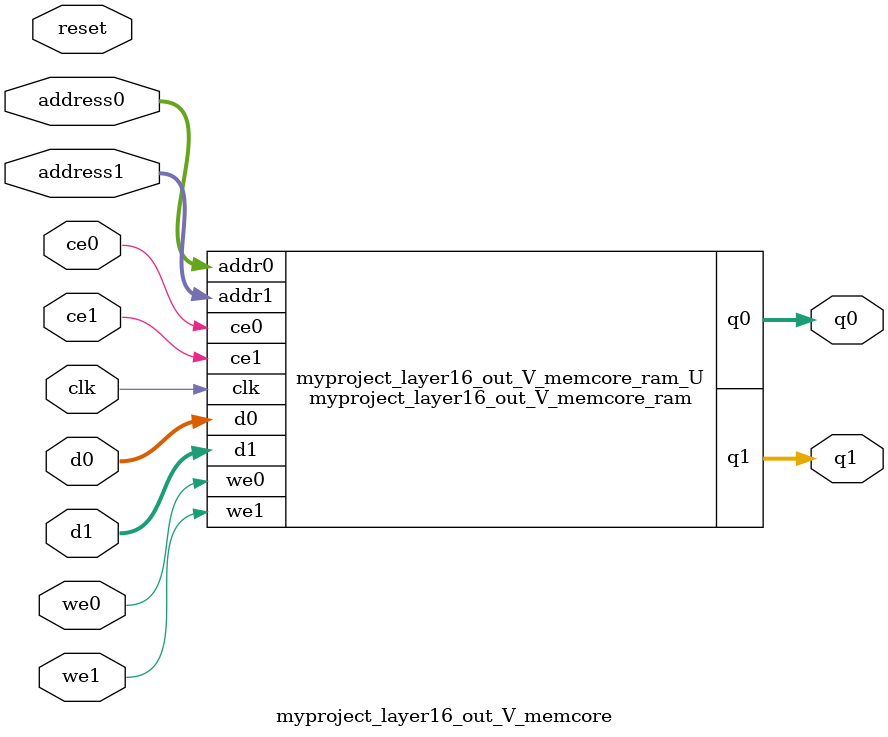
<source format=v>
`timescale 1 ns / 1 ps
module myproject_layer16_out_V_memcore_ram (addr0, ce0, d0, we0, q0, addr1, ce1, d1, we1, q1,  clk);

parameter DWIDTH = 12;
parameter AWIDTH = 8;
parameter MEM_SIZE = 168;

input[AWIDTH-1:0] addr0;
input ce0;
input[DWIDTH-1:0] d0;
input we0;
output reg[DWIDTH-1:0] q0;
input[AWIDTH-1:0] addr1;
input ce1;
input[DWIDTH-1:0] d1;
input we1;
output reg[DWIDTH-1:0] q1;
input clk;

(* ram_style = "block" *)reg [DWIDTH-1:0] ram[0:MEM_SIZE-1];




always @(posedge clk)  
begin 
    if (ce0) 
    begin
        if (we0) 
        begin 
            ram[addr0] <= d0; 
        end 
        q0 <= ram[addr0];
    end
end


always @(posedge clk)  
begin 
    if (ce1) 
    begin
        if (we1) 
        begin 
            ram[addr1] <= d1; 
        end 
        q1 <= ram[addr1];
    end
end


endmodule

`timescale 1 ns / 1 ps
module myproject_layer16_out_V_memcore(
    reset,
    clk,
    address0,
    ce0,
    we0,
    d0,
    q0,
    address1,
    ce1,
    we1,
    d1,
    q1);

parameter DataWidth = 32'd12;
parameter AddressRange = 32'd168;
parameter AddressWidth = 32'd8;
input reset;
input clk;
input[AddressWidth - 1:0] address0;
input ce0;
input we0;
input[DataWidth - 1:0] d0;
output[DataWidth - 1:0] q0;
input[AddressWidth - 1:0] address1;
input ce1;
input we1;
input[DataWidth - 1:0] d1;
output[DataWidth - 1:0] q1;



myproject_layer16_out_V_memcore_ram myproject_layer16_out_V_memcore_ram_U(
    .clk( clk ),
    .addr0( address0 ),
    .ce0( ce0 ),
    .we0( we0 ),
    .d0( d0 ),
    .q0( q0 ),
    .addr1( address1 ),
    .ce1( ce1 ),
    .we1( we1 ),
    .d1( d1 ),
    .q1( q1 ));

endmodule


</source>
